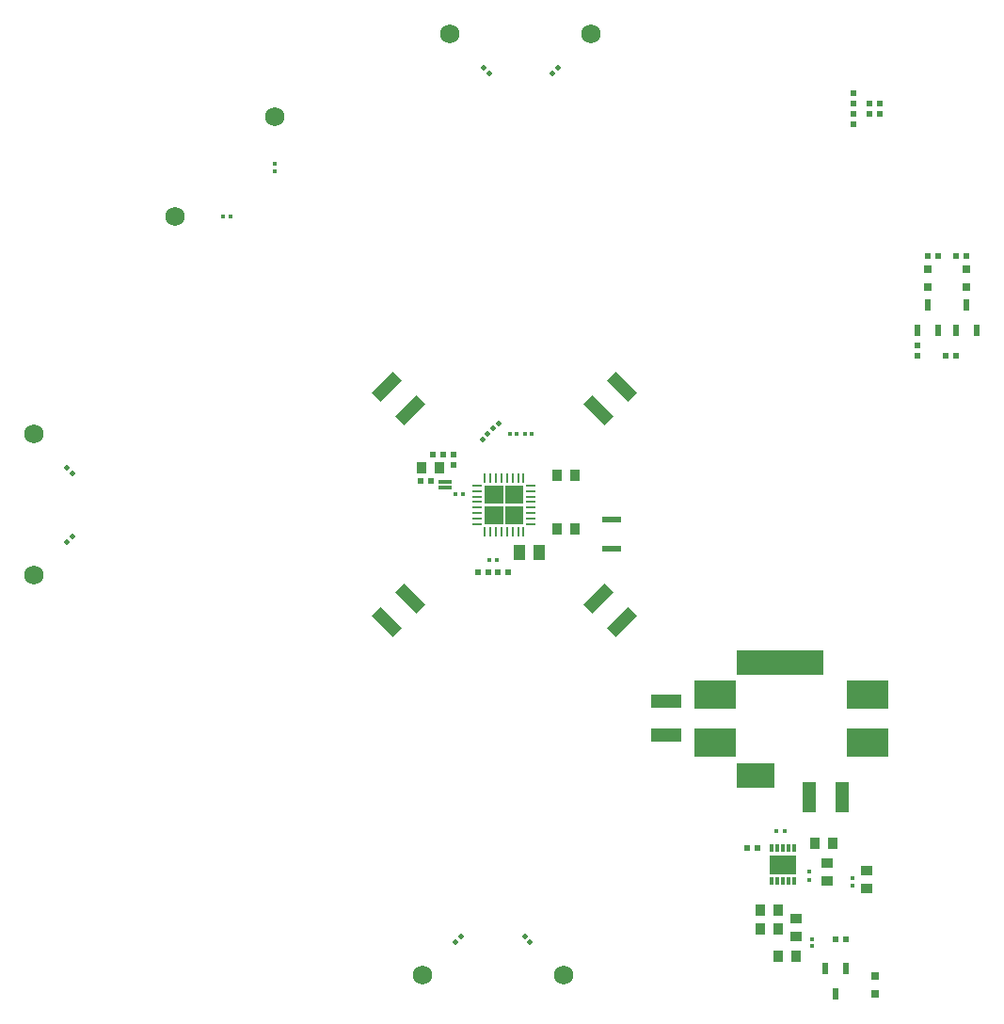
<source format=gtp>
G04*
G04 #@! TF.GenerationSoftware,Altium Limited,Altium Designer,24.2.2 (26)*
G04*
G04 Layer_Color=8421504*
%FSLAX26Y26*%
%MOIN*%
G70*
G04*
G04 #@! TF.SameCoordinates,46F5A5B2-6880-422F-88BA-D3FAC370E1DB*
G04*
G04*
G04 #@! TF.FilePolarity,Positive*
G04*
G01*
G75*
%ADD19R,0.022835X0.024409*%
%ADD20R,0.066929X0.023622*%
%ADD21R,0.024409X0.022835*%
%ADD22R,0.023622X0.039370*%
%ADD23R,0.031496X0.031496*%
%ADD24R,0.032000X0.010000*%
%ADD25R,0.010000X0.032000*%
%ADD26R,0.017716X0.015748*%
%ADD27R,0.004921X0.023622*%
%ADD28R,0.037402X0.039370*%
%ADD29R,0.035433X0.039370*%
%ADD30R,0.039370X0.035433*%
%ADD31R,0.015748X0.017716*%
%ADD32R,0.039370X0.037402*%
%ADD33R,0.011811X0.031496*%
%ADD34R,0.097638X0.068898*%
%ADD35R,0.045276X0.106299*%
%ADD36R,0.311024X0.090551*%
%ADD37R,0.133858X0.090551*%
%ADD38R,0.149606X0.098425*%
%ADD39R,0.106299X0.045276*%
G04:AMPARAMS|DCode=40|XSize=17.716mil|YSize=15.748mil|CornerRadius=0mil|HoleSize=0mil|Usage=FLASHONLY|Rotation=45.000|XOffset=0mil|YOffset=0mil|HoleType=Round|Shape=Rectangle|*
%AMROTATEDRECTD40*
4,1,4,-0.000696,-0.011832,-0.011832,-0.000696,0.000696,0.011832,0.011832,0.000696,-0.000696,-0.011832,0.0*
%
%ADD40ROTATEDRECTD40*%

G04:AMPARAMS|DCode=41|XSize=17.716mil|YSize=15.748mil|CornerRadius=0mil|HoleSize=0mil|Usage=FLASHONLY|Rotation=315.000|XOffset=0mil|YOffset=0mil|HoleType=Round|Shape=Rectangle|*
%AMROTATEDRECTD41*
4,1,4,-0.011832,0.000696,-0.000696,0.011832,0.011832,-0.000696,0.000696,-0.011832,-0.011832,0.000696,0.0*
%
%ADD41ROTATEDRECTD41*%

%ADD42C,0.068898*%
G04:AMPARAMS|DCode=43|XSize=106.299mil|YSize=45.276mil|CornerRadius=0mil|HoleSize=0mil|Usage=FLASHONLY|Rotation=45.000|XOffset=0mil|YOffset=0mil|HoleType=Round|Shape=Rectangle|*
%AMROTATEDRECTD43*
4,1,4,-0.021575,-0.053590,-0.053590,-0.021575,0.021575,0.053590,0.053590,0.021575,-0.021575,-0.053590,0.0*
%
%ADD43ROTATEDRECTD43*%

G04:AMPARAMS|DCode=44|XSize=106.299mil|YSize=45.276mil|CornerRadius=0mil|HoleSize=0mil|Usage=FLASHONLY|Rotation=135.000|XOffset=0mil|YOffset=0mil|HoleType=Round|Shape=Rectangle|*
%AMROTATEDRECTD44*
4,1,4,0.053590,-0.021575,0.021575,-0.053590,-0.053590,0.021575,-0.021575,0.053590,0.053590,-0.021575,0.0*
%
%ADD44ROTATEDRECTD44*%

%ADD45R,0.047244X0.011811*%
%ADD46R,0.023622X0.004921*%
%ADD47R,0.016753X0.015748*%
%ADD48R,0.043307X0.057087*%
G36*
X1964567Y1964567D02*
X1900441D01*
Y1900441D01*
X1964567D01*
Y1964567D01*
D02*
G37*
G36*
Y2036567D02*
X1900441D01*
Y1972441D01*
X1964567D01*
Y2036567D01*
D02*
G37*
G36*
X2036567Y1964567D02*
X1972441D01*
Y1900441D01*
X2036567D01*
Y1964567D01*
D02*
G37*
G36*
Y2036567D02*
X1972441D01*
Y1972441D01*
X2036567D01*
Y2036567D01*
D02*
G37*
D19*
X1913592Y1728939D02*
D03*
X1876584D02*
D03*
X1981684D02*
D03*
X1944676D02*
D03*
X3569333Y2497704D02*
D03*
X3532326D02*
D03*
X3506735Y2850941D02*
D03*
X3469727D02*
D03*
X3298831Y3354259D02*
D03*
X3261824D02*
D03*
X3298831Y3389941D02*
D03*
X3261824D02*
D03*
X3569729Y2850941D02*
D03*
X3606737D02*
D03*
X3180714Y431093D02*
D03*
X3143706D02*
D03*
X1715178Y2146926D02*
D03*
X1752186D02*
D03*
X1673296Y2051826D02*
D03*
X1710304D02*
D03*
X2827624Y753443D02*
D03*
X2864632D02*
D03*
D20*
X2350000Y1918150D02*
D03*
Y1811850D02*
D03*
D21*
X3432326Y2534712D02*
D03*
Y2497704D02*
D03*
X3207557Y3317615D02*
D03*
Y3354623D02*
D03*
Y3426911D02*
D03*
Y3389903D02*
D03*
X1787857Y2147515D02*
D03*
Y2110507D02*
D03*
D22*
X3469727Y2677247D02*
D03*
X3432326Y2586696D02*
D03*
X3507129D02*
D03*
X3606737Y2677247D02*
D03*
X3569335Y2586696D02*
D03*
X3644139D02*
D03*
X3105911Y326482D02*
D03*
X3180714D02*
D03*
X3143313Y235931D02*
D03*
D23*
X3469727Y2803771D02*
D03*
Y2738811D02*
D03*
X3606737Y2803771D02*
D03*
Y2738811D02*
D03*
X3281532Y300891D02*
D03*
Y235931D02*
D03*
D24*
X2063004Y2037401D02*
D03*
Y1998032D02*
D03*
Y2017716D02*
D03*
Y1958661D02*
D03*
Y1978346D02*
D03*
Y1938976D02*
D03*
Y1899606D02*
D03*
Y1919291D02*
D03*
X1874004Y2037401D02*
D03*
Y1978346D02*
D03*
Y2017716D02*
D03*
Y1958661D02*
D03*
Y1998032D02*
D03*
Y1899606D02*
D03*
Y1919291D02*
D03*
Y1938976D02*
D03*
D25*
X1998032Y2063004D02*
D03*
X1978346D02*
D03*
X2037401D02*
D03*
X2017716D02*
D03*
X1958661D02*
D03*
X1998032Y1874004D02*
D03*
X1978346D02*
D03*
X2037401D02*
D03*
X2017716D02*
D03*
X1958661D02*
D03*
X1899606Y2063004D02*
D03*
X1938976D02*
D03*
X1919291D02*
D03*
X1899606Y1874004D02*
D03*
X1938976D02*
D03*
X1919291D02*
D03*
D26*
X1823516Y2007157D02*
D03*
X1795957D02*
D03*
X2961238Y812363D02*
D03*
X2933680D02*
D03*
X971298Y2990778D02*
D03*
X998857D02*
D03*
X2067501Y2221283D02*
D03*
X2041517D02*
D03*
X1987613D02*
D03*
X2013598D02*
D03*
D27*
X2939560Y592599D02*
D03*
X2949482D02*
D03*
X1934095Y2110267D02*
D03*
X1924173D02*
D03*
X1973465Y1830363D02*
D03*
X1963543D02*
D03*
X2083970Y1866928D02*
D03*
X2093892D02*
D03*
D28*
X2876028Y532097D02*
D03*
X2939020D02*
D03*
X3068814Y769099D02*
D03*
X3131807D02*
D03*
X1740338Y2099578D02*
D03*
X1677345D02*
D03*
X2218419Y1881741D02*
D03*
X2155427D02*
D03*
X2218419Y2074820D02*
D03*
X2155427D02*
D03*
D29*
X2876028Y467613D02*
D03*
X2939020D02*
D03*
X3001185Y370989D02*
D03*
X2938193D02*
D03*
D30*
X3001185Y503019D02*
D03*
Y440027D02*
D03*
D31*
X3060747Y431093D02*
D03*
Y405108D02*
D03*
X3201351Y646946D02*
D03*
Y619387D02*
D03*
X3050206Y668927D02*
D03*
Y641368D02*
D03*
X1157482Y3176962D02*
D03*
Y3149403D02*
D03*
D32*
X3113160Y637027D02*
D03*
Y700019D02*
D03*
X3251738Y610139D02*
D03*
Y673131D02*
D03*
D33*
X2995171Y635333D02*
D03*
X2975486D02*
D03*
X2955801D02*
D03*
X2916431D02*
D03*
X2936116D02*
D03*
X2995171Y753443D02*
D03*
X2916431D02*
D03*
X2936116D02*
D03*
X2955801D02*
D03*
X2975486D02*
D03*
D34*
X2955801Y694388D02*
D03*
D35*
X3047953Y931800D02*
D03*
X3166063D02*
D03*
D36*
X2947325Y1409898D02*
D03*
D37*
X2858742Y1008323D02*
D03*
D38*
X3256380Y1126433D02*
D03*
X2717009D02*
D03*
X3256380Y1295725D02*
D03*
X2717009D02*
D03*
D39*
X2541493Y1153871D02*
D03*
Y1271981D02*
D03*
D40*
X420120Y1836852D02*
D03*
X439607Y1856339D02*
D03*
X1947858Y2256896D02*
D03*
X1929484Y2238523D02*
D03*
X1891357Y2200396D02*
D03*
X1909731Y2218770D02*
D03*
X1797482Y420120D02*
D03*
X1816969Y439607D02*
D03*
X2139724Y3497401D02*
D03*
X2159211Y3516888D02*
D03*
D41*
X420120Y2100156D02*
D03*
X439607Y2080669D02*
D03*
X1915394Y3497401D02*
D03*
X1895907Y3516888D02*
D03*
X2060786Y420120D02*
D03*
X2041299Y439607D02*
D03*
D42*
X1157482Y3344331D02*
D03*
X803928Y2990778D02*
D03*
X2179134Y301772D02*
D03*
X1679134D02*
D03*
X301772Y1718504D02*
D03*
Y2218504D02*
D03*
X1777559Y3635236D02*
D03*
X2277559D02*
D03*
D43*
X1551821Y2385187D02*
D03*
X1635337Y2301671D02*
D03*
X2301671Y1635337D02*
D03*
X2385187Y1551821D02*
D03*
D44*
X1635337Y1635337D02*
D03*
X1551821Y1551821D02*
D03*
X2301671Y2301671D02*
D03*
X2385187Y2385187D02*
D03*
D45*
X1759131Y2028635D02*
D03*
Y2048320D02*
D03*
D46*
X1808390Y2032517D02*
D03*
Y2042439D02*
D03*
X2107988Y2022598D02*
D03*
Y2032520D02*
D03*
D47*
X1942608Y1773389D02*
D03*
X1915660D02*
D03*
D48*
X2094042Y1799371D02*
D03*
X2023176D02*
D03*
M02*

</source>
